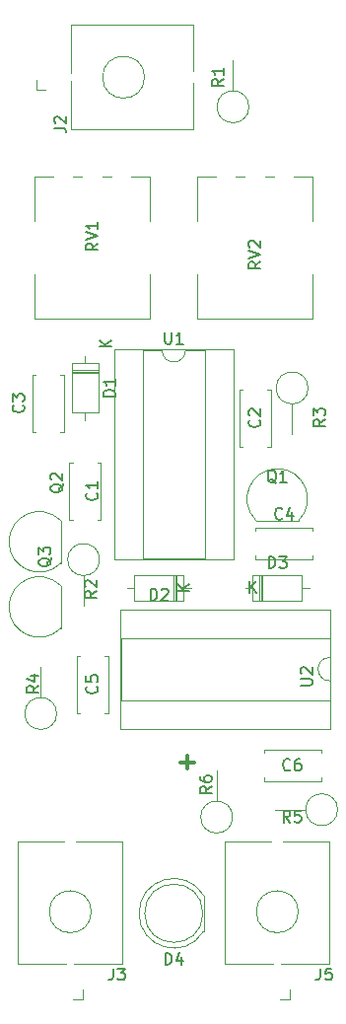
<source format=gbr>
G04 #@! TF.GenerationSoftware,KiCad,Pcbnew,(5.1.0)-1*
G04 #@! TF.CreationDate,2019-04-24T00:20:58-04:00*
G04 #@! TF.ProjectId,envelope,656e7665-6c6f-4706-952e-6b696361645f,rev?*
G04 #@! TF.SameCoordinates,Original*
G04 #@! TF.FileFunction,Legend,Top*
G04 #@! TF.FilePolarity,Positive*
%FSLAX46Y46*%
G04 Gerber Fmt 4.6, Leading zero omitted, Abs format (unit mm)*
G04 Created by KiCad (PCBNEW (5.1.0)-1) date 2019-04-24 00:20:58*
%MOMM*%
%LPD*%
G04 APERTURE LIST*
%ADD10C,0.300000*%
%ADD11C,0.120000*%
%ADD12C,0.150000*%
G04 APERTURE END LIST*
D10*
X126936571Y-113391142D02*
X128079428Y-113391142D01*
X127508000Y-113962571D02*
X127508000Y-112819714D01*
D11*
X116646478Y-98237522D02*
G75*
G03X112208000Y-100076000I-1838478J-1838478D01*
G01*
X116646478Y-101914478D02*
G75*
G02X112208000Y-100076000I-1838478J1838478D01*
G01*
X116658000Y-101876000D02*
X116658000Y-98276000D01*
X116646478Y-92649522D02*
G75*
G03X112208000Y-94488000I-1838478J-1838478D01*
G01*
X116646478Y-96326478D02*
G75*
G02X112208000Y-94488000I-1838478J1838478D01*
G01*
X116658000Y-96288000D02*
X116658000Y-92688000D01*
X139820000Y-110550000D02*
X139820000Y-100270000D01*
X121800000Y-110550000D02*
X139820000Y-110550000D01*
X121800000Y-100270000D02*
X121800000Y-110550000D01*
X139820000Y-100270000D02*
X121800000Y-100270000D01*
X139760000Y-108060000D02*
X139760000Y-106410000D01*
X121860000Y-108060000D02*
X139760000Y-108060000D01*
X121860000Y-102760000D02*
X121860000Y-108060000D01*
X139760000Y-102760000D02*
X121860000Y-102760000D01*
X139760000Y-104410000D02*
X139760000Y-102760000D01*
X139760000Y-106410000D02*
G75*
G02X139760000Y-104410000I0J1000000D01*
G01*
X131505000Y-77985000D02*
X121225000Y-77985000D01*
X131505000Y-96005000D02*
X131505000Y-77985000D01*
X121225000Y-96005000D02*
X131505000Y-96005000D01*
X121225000Y-77985000D02*
X121225000Y-96005000D01*
X129015000Y-78045000D02*
X127365000Y-78045000D01*
X129015000Y-95945000D02*
X129015000Y-78045000D01*
X123715000Y-95945000D02*
X129015000Y-95945000D01*
X123715000Y-78045000D02*
X123715000Y-95945000D01*
X125365000Y-78045000D02*
X123715000Y-78045000D01*
X127365000Y-78045000D02*
G75*
G02X125365000Y-78045000I-1000000J0D01*
G01*
X138280000Y-75350000D02*
X128340000Y-75350000D01*
X129940000Y-63110000D02*
X128340000Y-63110000D01*
X132439000Y-63110000D02*
X131680000Y-63110000D01*
X134939000Y-63110000D02*
X134180000Y-63110000D01*
X138280000Y-63110000D02*
X136681000Y-63110000D01*
X128340000Y-71485000D02*
X128340000Y-75350000D01*
X128340000Y-63110000D02*
X128340000Y-66975000D01*
X138280000Y-71485000D02*
X138280000Y-75350000D01*
X138280000Y-63110000D02*
X138280000Y-66975000D01*
X124310000Y-75350000D02*
X114370000Y-75350000D01*
X115970000Y-63110000D02*
X114370000Y-63110000D01*
X118469000Y-63110000D02*
X117710000Y-63110000D01*
X120969000Y-63110000D02*
X120210000Y-63110000D01*
X124310000Y-63110000D02*
X122711000Y-63110000D01*
X114370000Y-71485000D02*
X114370000Y-75350000D01*
X114370000Y-63110000D02*
X114370000Y-66975000D01*
X124310000Y-71485000D02*
X124310000Y-75350000D01*
X124310000Y-63110000D02*
X124310000Y-66975000D01*
X130048000Y-116740000D02*
X130048000Y-114130000D01*
X131418000Y-118110000D02*
G75*
G03X131418000Y-118110000I-1370000J0D01*
G01*
X137695000Y-117475000D02*
X135085000Y-117475000D01*
X140435000Y-117475000D02*
G75*
G03X140435000Y-117475000I-1370000J0D01*
G01*
X114935000Y-107850000D02*
X114935000Y-105240000D01*
X116305000Y-109220000D02*
G75*
G03X116305000Y-109220000I-1370000J0D01*
G01*
X136525000Y-82650000D02*
X136525000Y-85260000D01*
X137895000Y-81280000D02*
G75*
G03X137895000Y-81280000I-1370000J0D01*
G01*
X118618000Y-97382000D02*
X118618000Y-99992000D01*
X119988000Y-96012000D02*
G75*
G03X119988000Y-96012000I-1370000J0D01*
G01*
X131445000Y-55780000D02*
X131445000Y-53170000D01*
X132815000Y-57150000D02*
G75*
G03X132815000Y-57150000I-1370000J0D01*
G01*
X137093478Y-92643478D02*
G75*
G03X135255000Y-88205000I-1838478J1838478D01*
G01*
X133416522Y-92643478D02*
G75*
G02X135255000Y-88205000I1838478J1838478D01*
G01*
X133455000Y-92655000D02*
X137055000Y-92655000D01*
X136315000Y-133715000D02*
X135455000Y-133715000D01*
X136315000Y-133715000D02*
X136315000Y-132915000D01*
X137055000Y-126235000D02*
G75*
G03X137055000Y-126235000I-1800000J0D01*
G01*
X135605000Y-130735000D02*
X139755000Y-130735000D01*
X130755000Y-130735000D02*
X134905000Y-130735000D01*
X135755000Y-120235000D02*
X139755000Y-120235000D01*
X130755000Y-120235000D02*
X134755000Y-120235000D01*
X130755000Y-130735000D02*
X130755000Y-120235000D01*
X139755000Y-130735000D02*
X139755000Y-120235000D01*
X118535000Y-133715000D02*
X117675000Y-133715000D01*
X118535000Y-133715000D02*
X118535000Y-132915000D01*
X119275000Y-126235000D02*
G75*
G03X119275000Y-126235000I-1800000J0D01*
G01*
X117825000Y-130735000D02*
X121975000Y-130735000D01*
X112975000Y-130735000D02*
X117125000Y-130735000D01*
X117975000Y-120235000D02*
X121975000Y-120235000D01*
X112975000Y-120235000D02*
X116975000Y-120235000D01*
X112975000Y-130735000D02*
X112975000Y-120235000D01*
X121975000Y-130735000D02*
X121975000Y-120235000D01*
X114570000Y-55670000D02*
X114570000Y-54810000D01*
X114570000Y-55670000D02*
X115370000Y-55670000D01*
X123850000Y-54610000D02*
G75*
G03X123850000Y-54610000I-1800000J0D01*
G01*
X117550000Y-54960000D02*
X117550000Y-59110000D01*
X117550000Y-50110000D02*
X117550000Y-54260000D01*
X128050000Y-55110000D02*
X128050000Y-59110000D01*
X128050000Y-50110000D02*
X128050000Y-54110000D01*
X117550000Y-50110000D02*
X128050000Y-50110000D01*
X117550000Y-59110000D02*
X128050000Y-59110000D01*
X128925000Y-127910000D02*
X128925000Y-124820000D01*
X128865000Y-126365000D02*
G75*
G03X128865000Y-126365000I-2500000J0D01*
G01*
X123375000Y-126365462D02*
G75*
G02X128925000Y-124820170I2990000J462D01*
G01*
X123375000Y-126364538D02*
G75*
G03X128925000Y-127909830I2990000J-462D01*
G01*
X133735000Y-97305000D02*
X133735000Y-99545000D01*
X133975000Y-97305000D02*
X133975000Y-99545000D01*
X133855000Y-97305000D02*
X133855000Y-99545000D01*
X138025000Y-98425000D02*
X137375000Y-98425000D01*
X132485000Y-98425000D02*
X133135000Y-98425000D01*
X137375000Y-97305000D02*
X133135000Y-97305000D01*
X137375000Y-99545000D02*
X137375000Y-97305000D01*
X133135000Y-99545000D02*
X137375000Y-99545000D01*
X133135000Y-97305000D02*
X133135000Y-99545000D01*
X126615000Y-99545000D02*
X126615000Y-97305000D01*
X126375000Y-99545000D02*
X126375000Y-97305000D01*
X126495000Y-99545000D02*
X126495000Y-97305000D01*
X122325000Y-98425000D02*
X122975000Y-98425000D01*
X127865000Y-98425000D02*
X127215000Y-98425000D01*
X122975000Y-99545000D02*
X127215000Y-99545000D01*
X122975000Y-97305000D02*
X122975000Y-99545000D01*
X127215000Y-97305000D02*
X122975000Y-97305000D01*
X127215000Y-99545000D02*
X127215000Y-97305000D01*
X119865000Y-79760000D02*
X117625000Y-79760000D01*
X119865000Y-80000000D02*
X117625000Y-80000000D01*
X119865000Y-79880000D02*
X117625000Y-79880000D01*
X118745000Y-84050000D02*
X118745000Y-83400000D01*
X118745000Y-78510000D02*
X118745000Y-79160000D01*
X119865000Y-83400000D02*
X119865000Y-79160000D01*
X117625000Y-83400000D02*
X119865000Y-83400000D01*
X117625000Y-79160000D02*
X117625000Y-83400000D01*
X119865000Y-79160000D02*
X117625000Y-79160000D01*
X134095000Y-112610000D02*
X134095000Y-112295000D01*
X134095000Y-115035000D02*
X134095000Y-114720000D01*
X139035000Y-112610000D02*
X139035000Y-112295000D01*
X139035000Y-115035000D02*
X139035000Y-114720000D01*
X139035000Y-112295000D02*
X134095000Y-112295000D01*
X139035000Y-115035000D02*
X134095000Y-115035000D01*
X120435000Y-104250000D02*
X120750000Y-104250000D01*
X118010000Y-104250000D02*
X118325000Y-104250000D01*
X120435000Y-109190000D02*
X120750000Y-109190000D01*
X118010000Y-109190000D02*
X118325000Y-109190000D01*
X120750000Y-109190000D02*
X120750000Y-104250000D01*
X118010000Y-109190000D02*
X118010000Y-104250000D01*
X138320000Y-95670000D02*
X138320000Y-95985000D01*
X138320000Y-93245000D02*
X138320000Y-93560000D01*
X133380000Y-95670000D02*
X133380000Y-95985000D01*
X133380000Y-93245000D02*
X133380000Y-93560000D01*
X133380000Y-95985000D02*
X138320000Y-95985000D01*
X133380000Y-93245000D02*
X138320000Y-93245000D01*
X116625000Y-80120000D02*
X116940000Y-80120000D01*
X114200000Y-80120000D02*
X114515000Y-80120000D01*
X116625000Y-85060000D02*
X116940000Y-85060000D01*
X114200000Y-85060000D02*
X114515000Y-85060000D01*
X116940000Y-85060000D02*
X116940000Y-80120000D01*
X114200000Y-85060000D02*
X114200000Y-80120000D01*
X134405000Y-81390000D02*
X134720000Y-81390000D01*
X131980000Y-81390000D02*
X132295000Y-81390000D01*
X134405000Y-86330000D02*
X134720000Y-86330000D01*
X131980000Y-86330000D02*
X132295000Y-86330000D01*
X134720000Y-86330000D02*
X134720000Y-81390000D01*
X131980000Y-86330000D02*
X131980000Y-81390000D01*
X117690000Y-92600000D02*
X117375000Y-92600000D01*
X120115000Y-92600000D02*
X119800000Y-92600000D01*
X117690000Y-87660000D02*
X117375000Y-87660000D01*
X120115000Y-87660000D02*
X119800000Y-87660000D01*
X117375000Y-87660000D02*
X117375000Y-92600000D01*
X120115000Y-87660000D02*
X120115000Y-92600000D01*
D12*
X115863619Y-95853238D02*
X115816000Y-95948476D01*
X115720761Y-96043714D01*
X115577904Y-96186571D01*
X115530285Y-96281809D01*
X115530285Y-96377047D01*
X115768380Y-96329428D02*
X115720761Y-96424666D01*
X115625523Y-96519904D01*
X115435047Y-96567523D01*
X115101714Y-96567523D01*
X114911238Y-96519904D01*
X114816000Y-96424666D01*
X114768380Y-96329428D01*
X114768380Y-96138952D01*
X114816000Y-96043714D01*
X114911238Y-95948476D01*
X115101714Y-95900857D01*
X115435047Y-95900857D01*
X115625523Y-95948476D01*
X115720761Y-96043714D01*
X115768380Y-96138952D01*
X115768380Y-96329428D01*
X114768380Y-95567523D02*
X114768380Y-94948476D01*
X115149333Y-95281809D01*
X115149333Y-95138952D01*
X115196952Y-95043714D01*
X115244571Y-94996095D01*
X115339809Y-94948476D01*
X115577904Y-94948476D01*
X115673142Y-94996095D01*
X115720761Y-95043714D01*
X115768380Y-95138952D01*
X115768380Y-95424666D01*
X115720761Y-95519904D01*
X115673142Y-95567523D01*
X116879619Y-89503238D02*
X116832000Y-89598476D01*
X116736761Y-89693714D01*
X116593904Y-89836571D01*
X116546285Y-89931809D01*
X116546285Y-90027047D01*
X116784380Y-89979428D02*
X116736761Y-90074666D01*
X116641523Y-90169904D01*
X116451047Y-90217523D01*
X116117714Y-90217523D01*
X115927238Y-90169904D01*
X115832000Y-90074666D01*
X115784380Y-89979428D01*
X115784380Y-89788952D01*
X115832000Y-89693714D01*
X115927238Y-89598476D01*
X116117714Y-89550857D01*
X116451047Y-89550857D01*
X116641523Y-89598476D01*
X116736761Y-89693714D01*
X116784380Y-89788952D01*
X116784380Y-89979428D01*
X115879619Y-89169904D02*
X115832000Y-89122285D01*
X115784380Y-89027047D01*
X115784380Y-88788952D01*
X115832000Y-88693714D01*
X115879619Y-88646095D01*
X115974857Y-88598476D01*
X116070095Y-88598476D01*
X116212952Y-88646095D01*
X116784380Y-89217523D01*
X116784380Y-88598476D01*
X137247380Y-106806904D02*
X138056904Y-106806904D01*
X138152142Y-106759285D01*
X138199761Y-106711666D01*
X138247380Y-106616428D01*
X138247380Y-106425952D01*
X138199761Y-106330714D01*
X138152142Y-106283095D01*
X138056904Y-106235476D01*
X137247380Y-106235476D01*
X137342619Y-105806904D02*
X137295000Y-105759285D01*
X137247380Y-105664047D01*
X137247380Y-105425952D01*
X137295000Y-105330714D01*
X137342619Y-105283095D01*
X137437857Y-105235476D01*
X137533095Y-105235476D01*
X137675952Y-105283095D01*
X138247380Y-105854523D01*
X138247380Y-105235476D01*
X125603095Y-76497380D02*
X125603095Y-77306904D01*
X125650714Y-77402142D01*
X125698333Y-77449761D01*
X125793571Y-77497380D01*
X125984047Y-77497380D01*
X126079285Y-77449761D01*
X126126904Y-77402142D01*
X126174523Y-77306904D01*
X126174523Y-76497380D01*
X127174523Y-77497380D02*
X126603095Y-77497380D01*
X126888809Y-77497380D02*
X126888809Y-76497380D01*
X126793571Y-76640238D01*
X126698333Y-76735476D01*
X126603095Y-76783095D01*
X133802380Y-70445238D02*
X133326190Y-70778571D01*
X133802380Y-71016666D02*
X132802380Y-71016666D01*
X132802380Y-70635714D01*
X132850000Y-70540476D01*
X132897619Y-70492857D01*
X132992857Y-70445238D01*
X133135714Y-70445238D01*
X133230952Y-70492857D01*
X133278571Y-70540476D01*
X133326190Y-70635714D01*
X133326190Y-71016666D01*
X132802380Y-70159523D02*
X133802380Y-69826190D01*
X132802380Y-69492857D01*
X132897619Y-69207142D02*
X132850000Y-69159523D01*
X132802380Y-69064285D01*
X132802380Y-68826190D01*
X132850000Y-68730952D01*
X132897619Y-68683333D01*
X132992857Y-68635714D01*
X133088095Y-68635714D01*
X133230952Y-68683333D01*
X133802380Y-69254761D01*
X133802380Y-68635714D01*
X119832380Y-68875238D02*
X119356190Y-69208571D01*
X119832380Y-69446666D02*
X118832380Y-69446666D01*
X118832380Y-69065714D01*
X118880000Y-68970476D01*
X118927619Y-68922857D01*
X119022857Y-68875238D01*
X119165714Y-68875238D01*
X119260952Y-68922857D01*
X119308571Y-68970476D01*
X119356190Y-69065714D01*
X119356190Y-69446666D01*
X118832380Y-68589523D02*
X119832380Y-68256190D01*
X118832380Y-67922857D01*
X119832380Y-67065714D02*
X119832380Y-67637142D01*
X119832380Y-67351428D02*
X118832380Y-67351428D01*
X118975238Y-67446666D01*
X119070476Y-67541904D01*
X119118095Y-67637142D01*
X129611380Y-115482666D02*
X129135190Y-115816000D01*
X129611380Y-116054095D02*
X128611380Y-116054095D01*
X128611380Y-115673142D01*
X128659000Y-115577904D01*
X128706619Y-115530285D01*
X128801857Y-115482666D01*
X128944714Y-115482666D01*
X129039952Y-115530285D01*
X129087571Y-115577904D01*
X129135190Y-115673142D01*
X129135190Y-116054095D01*
X128611380Y-114625523D02*
X128611380Y-114816000D01*
X128659000Y-114911238D01*
X128706619Y-114958857D01*
X128849476Y-115054095D01*
X129039952Y-115101714D01*
X129420904Y-115101714D01*
X129516142Y-115054095D01*
X129563761Y-115006476D01*
X129611380Y-114911238D01*
X129611380Y-114720761D01*
X129563761Y-114625523D01*
X129516142Y-114577904D01*
X129420904Y-114530285D01*
X129182809Y-114530285D01*
X129087571Y-114577904D01*
X129039952Y-114625523D01*
X128992333Y-114720761D01*
X128992333Y-114911238D01*
X129039952Y-115006476D01*
X129087571Y-115054095D01*
X129182809Y-115101714D01*
X136358333Y-118562380D02*
X136025000Y-118086190D01*
X135786904Y-118562380D02*
X135786904Y-117562380D01*
X136167857Y-117562380D01*
X136263095Y-117610000D01*
X136310714Y-117657619D01*
X136358333Y-117752857D01*
X136358333Y-117895714D01*
X136310714Y-117990952D01*
X136263095Y-118038571D01*
X136167857Y-118086190D01*
X135786904Y-118086190D01*
X137263095Y-117562380D02*
X136786904Y-117562380D01*
X136739285Y-118038571D01*
X136786904Y-117990952D01*
X136882142Y-117943333D01*
X137120238Y-117943333D01*
X137215476Y-117990952D01*
X137263095Y-118038571D01*
X137310714Y-118133809D01*
X137310714Y-118371904D01*
X137263095Y-118467142D01*
X137215476Y-118514761D01*
X137120238Y-118562380D01*
X136882142Y-118562380D01*
X136786904Y-118514761D01*
X136739285Y-118467142D01*
X114752380Y-106846666D02*
X114276190Y-107180000D01*
X114752380Y-107418095D02*
X113752380Y-107418095D01*
X113752380Y-107037142D01*
X113800000Y-106941904D01*
X113847619Y-106894285D01*
X113942857Y-106846666D01*
X114085714Y-106846666D01*
X114180952Y-106894285D01*
X114228571Y-106941904D01*
X114276190Y-107037142D01*
X114276190Y-107418095D01*
X114085714Y-105989523D02*
X114752380Y-105989523D01*
X113704761Y-106227619D02*
X114419047Y-106465714D01*
X114419047Y-105846666D01*
X139347380Y-83986666D02*
X138871190Y-84320000D01*
X139347380Y-84558095D02*
X138347380Y-84558095D01*
X138347380Y-84177142D01*
X138395000Y-84081904D01*
X138442619Y-84034285D01*
X138537857Y-83986666D01*
X138680714Y-83986666D01*
X138775952Y-84034285D01*
X138823571Y-84081904D01*
X138871190Y-84177142D01*
X138871190Y-84558095D01*
X138347380Y-83653333D02*
X138347380Y-83034285D01*
X138728333Y-83367619D01*
X138728333Y-83224761D01*
X138775952Y-83129523D01*
X138823571Y-83081904D01*
X138918809Y-83034285D01*
X139156904Y-83034285D01*
X139252142Y-83081904D01*
X139299761Y-83129523D01*
X139347380Y-83224761D01*
X139347380Y-83510476D01*
X139299761Y-83605714D01*
X139252142Y-83653333D01*
X119705380Y-98718666D02*
X119229190Y-99052000D01*
X119705380Y-99290095D02*
X118705380Y-99290095D01*
X118705380Y-98909142D01*
X118753000Y-98813904D01*
X118800619Y-98766285D01*
X118895857Y-98718666D01*
X119038714Y-98718666D01*
X119133952Y-98766285D01*
X119181571Y-98813904D01*
X119229190Y-98909142D01*
X119229190Y-99290095D01*
X118800619Y-98337714D02*
X118753000Y-98290095D01*
X118705380Y-98194857D01*
X118705380Y-97956761D01*
X118753000Y-97861523D01*
X118800619Y-97813904D01*
X118895857Y-97766285D01*
X118991095Y-97766285D01*
X119133952Y-97813904D01*
X119705380Y-98385333D01*
X119705380Y-97766285D01*
X130627380Y-54776666D02*
X130151190Y-55110000D01*
X130627380Y-55348095D02*
X129627380Y-55348095D01*
X129627380Y-54967142D01*
X129675000Y-54871904D01*
X129722619Y-54824285D01*
X129817857Y-54776666D01*
X129960714Y-54776666D01*
X130055952Y-54824285D01*
X130103571Y-54871904D01*
X130151190Y-54967142D01*
X130151190Y-55348095D01*
X130627380Y-53824285D02*
X130627380Y-54395714D01*
X130627380Y-54110000D02*
X129627380Y-54110000D01*
X129770238Y-54205238D01*
X129865476Y-54300476D01*
X129913095Y-54395714D01*
X135159761Y-89447619D02*
X135064523Y-89400000D01*
X134969285Y-89304761D01*
X134826428Y-89161904D01*
X134731190Y-89114285D01*
X134635952Y-89114285D01*
X134683571Y-89352380D02*
X134588333Y-89304761D01*
X134493095Y-89209523D01*
X134445476Y-89019047D01*
X134445476Y-88685714D01*
X134493095Y-88495238D01*
X134588333Y-88400000D01*
X134683571Y-88352380D01*
X134874047Y-88352380D01*
X134969285Y-88400000D01*
X135064523Y-88495238D01*
X135112142Y-88685714D01*
X135112142Y-89019047D01*
X135064523Y-89209523D01*
X134969285Y-89304761D01*
X134874047Y-89352380D01*
X134683571Y-89352380D01*
X136064523Y-89352380D02*
X135493095Y-89352380D01*
X135778809Y-89352380D02*
X135778809Y-88352380D01*
X135683571Y-88495238D01*
X135588333Y-88590476D01*
X135493095Y-88638095D01*
X138951666Y-131087380D02*
X138951666Y-131801666D01*
X138904047Y-131944523D01*
X138808809Y-132039761D01*
X138665952Y-132087380D01*
X138570714Y-132087380D01*
X139904047Y-131087380D02*
X139427857Y-131087380D01*
X139380238Y-131563571D01*
X139427857Y-131515952D01*
X139523095Y-131468333D01*
X139761190Y-131468333D01*
X139856428Y-131515952D01*
X139904047Y-131563571D01*
X139951666Y-131658809D01*
X139951666Y-131896904D01*
X139904047Y-131992142D01*
X139856428Y-132039761D01*
X139761190Y-132087380D01*
X139523095Y-132087380D01*
X139427857Y-132039761D01*
X139380238Y-131992142D01*
X121171666Y-131087380D02*
X121171666Y-131801666D01*
X121124047Y-131944523D01*
X121028809Y-132039761D01*
X120885952Y-132087380D01*
X120790714Y-132087380D01*
X121552619Y-131087380D02*
X122171666Y-131087380D01*
X121838333Y-131468333D01*
X121981190Y-131468333D01*
X122076428Y-131515952D01*
X122124047Y-131563571D01*
X122171666Y-131658809D01*
X122171666Y-131896904D01*
X122124047Y-131992142D01*
X122076428Y-132039761D01*
X121981190Y-132087380D01*
X121695476Y-132087380D01*
X121600238Y-132039761D01*
X121552619Y-131992142D01*
X116102380Y-58973333D02*
X116816666Y-58973333D01*
X116959523Y-59020952D01*
X117054761Y-59116190D01*
X117102380Y-59259047D01*
X117102380Y-59354285D01*
X116197619Y-58544761D02*
X116150000Y-58497142D01*
X116102380Y-58401904D01*
X116102380Y-58163809D01*
X116150000Y-58068571D01*
X116197619Y-58020952D01*
X116292857Y-57973333D01*
X116388095Y-57973333D01*
X116530952Y-58020952D01*
X117102380Y-58592380D01*
X117102380Y-57973333D01*
X125626904Y-130777380D02*
X125626904Y-129777380D01*
X125865000Y-129777380D01*
X126007857Y-129825000D01*
X126103095Y-129920238D01*
X126150714Y-130015476D01*
X126198333Y-130205952D01*
X126198333Y-130348809D01*
X126150714Y-130539285D01*
X126103095Y-130634523D01*
X126007857Y-130729761D01*
X125865000Y-130777380D01*
X125626904Y-130777380D01*
X127055476Y-130110714D02*
X127055476Y-130777380D01*
X126817380Y-129729761D02*
X126579285Y-130444047D01*
X127198333Y-130444047D01*
X134516904Y-96757380D02*
X134516904Y-95757380D01*
X134755000Y-95757380D01*
X134897857Y-95805000D01*
X134993095Y-95900238D01*
X135040714Y-95995476D01*
X135088333Y-96185952D01*
X135088333Y-96328809D01*
X135040714Y-96519285D01*
X134993095Y-96614523D01*
X134897857Y-96709761D01*
X134755000Y-96757380D01*
X134516904Y-96757380D01*
X135421666Y-95757380D02*
X136040714Y-95757380D01*
X135707380Y-96138333D01*
X135850238Y-96138333D01*
X135945476Y-96185952D01*
X135993095Y-96233571D01*
X136040714Y-96328809D01*
X136040714Y-96566904D01*
X135993095Y-96662142D01*
X135945476Y-96709761D01*
X135850238Y-96757380D01*
X135564523Y-96757380D01*
X135469285Y-96709761D01*
X135421666Y-96662142D01*
X132873095Y-98877380D02*
X132873095Y-97877380D01*
X133444523Y-98877380D02*
X133015952Y-98305952D01*
X133444523Y-97877380D02*
X132873095Y-98448809D01*
X124356904Y-99512380D02*
X124356904Y-98512380D01*
X124595000Y-98512380D01*
X124737857Y-98560000D01*
X124833095Y-98655238D01*
X124880714Y-98750476D01*
X124928333Y-98940952D01*
X124928333Y-99083809D01*
X124880714Y-99274285D01*
X124833095Y-99369523D01*
X124737857Y-99464761D01*
X124595000Y-99512380D01*
X124356904Y-99512380D01*
X125309285Y-98607619D02*
X125356904Y-98560000D01*
X125452142Y-98512380D01*
X125690238Y-98512380D01*
X125785476Y-98560000D01*
X125833095Y-98607619D01*
X125880714Y-98702857D01*
X125880714Y-98798095D01*
X125833095Y-98940952D01*
X125261666Y-99512380D01*
X125880714Y-99512380D01*
X127667380Y-98686904D02*
X126667380Y-98686904D01*
X127667380Y-98115476D02*
X127095952Y-98544047D01*
X126667380Y-98115476D02*
X127238809Y-98686904D01*
X121317380Y-82018095D02*
X120317380Y-82018095D01*
X120317380Y-81780000D01*
X120365000Y-81637142D01*
X120460238Y-81541904D01*
X120555476Y-81494285D01*
X120745952Y-81446666D01*
X120888809Y-81446666D01*
X121079285Y-81494285D01*
X121174523Y-81541904D01*
X121269761Y-81637142D01*
X121317380Y-81780000D01*
X121317380Y-82018095D01*
X121317380Y-80494285D02*
X121317380Y-81065714D01*
X121317380Y-80780000D02*
X120317380Y-80780000D01*
X120460238Y-80875238D01*
X120555476Y-80970476D01*
X120603095Y-81065714D01*
X120997380Y-77731904D02*
X119997380Y-77731904D01*
X120997380Y-77160476D02*
X120425952Y-77589047D01*
X119997380Y-77160476D02*
X120568809Y-77731904D01*
X136358333Y-114022142D02*
X136310714Y-114069761D01*
X136167857Y-114117380D01*
X136072619Y-114117380D01*
X135929761Y-114069761D01*
X135834523Y-113974523D01*
X135786904Y-113879285D01*
X135739285Y-113688809D01*
X135739285Y-113545952D01*
X135786904Y-113355476D01*
X135834523Y-113260238D01*
X135929761Y-113165000D01*
X136072619Y-113117380D01*
X136167857Y-113117380D01*
X136310714Y-113165000D01*
X136358333Y-113212619D01*
X137215476Y-113117380D02*
X137025000Y-113117380D01*
X136929761Y-113165000D01*
X136882142Y-113212619D01*
X136786904Y-113355476D01*
X136739285Y-113545952D01*
X136739285Y-113926904D01*
X136786904Y-114022142D01*
X136834523Y-114069761D01*
X136929761Y-114117380D01*
X137120238Y-114117380D01*
X137215476Y-114069761D01*
X137263095Y-114022142D01*
X137310714Y-113926904D01*
X137310714Y-113688809D01*
X137263095Y-113593571D01*
X137215476Y-113545952D01*
X137120238Y-113498333D01*
X136929761Y-113498333D01*
X136834523Y-113545952D01*
X136786904Y-113593571D01*
X136739285Y-113688809D01*
X119737142Y-106886666D02*
X119784761Y-106934285D01*
X119832380Y-107077142D01*
X119832380Y-107172380D01*
X119784761Y-107315238D01*
X119689523Y-107410476D01*
X119594285Y-107458095D01*
X119403809Y-107505714D01*
X119260952Y-107505714D01*
X119070476Y-107458095D01*
X118975238Y-107410476D01*
X118880000Y-107315238D01*
X118832380Y-107172380D01*
X118832380Y-107077142D01*
X118880000Y-106934285D01*
X118927619Y-106886666D01*
X118832380Y-105981904D02*
X118832380Y-106458095D01*
X119308571Y-106505714D01*
X119260952Y-106458095D01*
X119213333Y-106362857D01*
X119213333Y-106124761D01*
X119260952Y-106029523D01*
X119308571Y-105981904D01*
X119403809Y-105934285D01*
X119641904Y-105934285D01*
X119737142Y-105981904D01*
X119784761Y-106029523D01*
X119832380Y-106124761D01*
X119832380Y-106362857D01*
X119784761Y-106458095D01*
X119737142Y-106505714D01*
X135683333Y-92472142D02*
X135635714Y-92519761D01*
X135492857Y-92567380D01*
X135397619Y-92567380D01*
X135254761Y-92519761D01*
X135159523Y-92424523D01*
X135111904Y-92329285D01*
X135064285Y-92138809D01*
X135064285Y-91995952D01*
X135111904Y-91805476D01*
X135159523Y-91710238D01*
X135254761Y-91615000D01*
X135397619Y-91567380D01*
X135492857Y-91567380D01*
X135635714Y-91615000D01*
X135683333Y-91662619D01*
X136540476Y-91900714D02*
X136540476Y-92567380D01*
X136302380Y-91519761D02*
X136064285Y-92234047D01*
X136683333Y-92234047D01*
X113427142Y-82756666D02*
X113474761Y-82804285D01*
X113522380Y-82947142D01*
X113522380Y-83042380D01*
X113474761Y-83185238D01*
X113379523Y-83280476D01*
X113284285Y-83328095D01*
X113093809Y-83375714D01*
X112950952Y-83375714D01*
X112760476Y-83328095D01*
X112665238Y-83280476D01*
X112570000Y-83185238D01*
X112522380Y-83042380D01*
X112522380Y-82947142D01*
X112570000Y-82804285D01*
X112617619Y-82756666D01*
X112522380Y-82423333D02*
X112522380Y-81804285D01*
X112903333Y-82137619D01*
X112903333Y-81994761D01*
X112950952Y-81899523D01*
X112998571Y-81851904D01*
X113093809Y-81804285D01*
X113331904Y-81804285D01*
X113427142Y-81851904D01*
X113474761Y-81899523D01*
X113522380Y-81994761D01*
X113522380Y-82280476D01*
X113474761Y-82375714D01*
X113427142Y-82423333D01*
X133707142Y-84026666D02*
X133754761Y-84074285D01*
X133802380Y-84217142D01*
X133802380Y-84312380D01*
X133754761Y-84455238D01*
X133659523Y-84550476D01*
X133564285Y-84598095D01*
X133373809Y-84645714D01*
X133230952Y-84645714D01*
X133040476Y-84598095D01*
X132945238Y-84550476D01*
X132850000Y-84455238D01*
X132802380Y-84312380D01*
X132802380Y-84217142D01*
X132850000Y-84074285D01*
X132897619Y-84026666D01*
X132897619Y-83645714D02*
X132850000Y-83598095D01*
X132802380Y-83502857D01*
X132802380Y-83264761D01*
X132850000Y-83169523D01*
X132897619Y-83121904D01*
X132992857Y-83074285D01*
X133088095Y-83074285D01*
X133230952Y-83121904D01*
X133802380Y-83693333D01*
X133802380Y-83074285D01*
X119737142Y-90296666D02*
X119784761Y-90344285D01*
X119832380Y-90487142D01*
X119832380Y-90582380D01*
X119784761Y-90725238D01*
X119689523Y-90820476D01*
X119594285Y-90868095D01*
X119403809Y-90915714D01*
X119260952Y-90915714D01*
X119070476Y-90868095D01*
X118975238Y-90820476D01*
X118880000Y-90725238D01*
X118832380Y-90582380D01*
X118832380Y-90487142D01*
X118880000Y-90344285D01*
X118927619Y-90296666D01*
X119832380Y-89344285D02*
X119832380Y-89915714D01*
X119832380Y-89630000D02*
X118832380Y-89630000D01*
X118975238Y-89725238D01*
X119070476Y-89820476D01*
X119118095Y-89915714D01*
M02*

</source>
